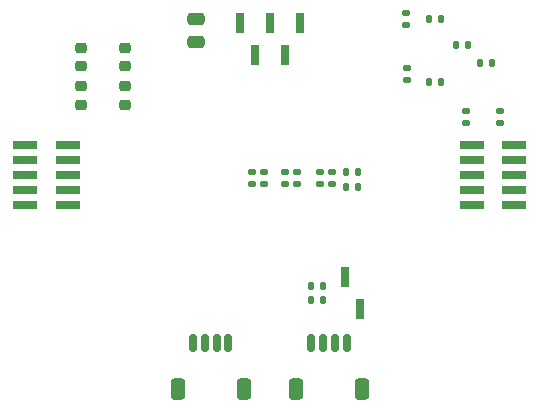
<source format=gbp>
%TF.GenerationSoftware,KiCad,Pcbnew,(6.0.9)*%
%TF.CreationDate,2023-02-03T10:43:04+01:00*%
%TF.ProjectId,ESPBoard,45535042-6f61-4726-942e-6b696361645f,rev?*%
%TF.SameCoordinates,Original*%
%TF.FileFunction,Paste,Bot*%
%TF.FilePolarity,Positive*%
%FSLAX46Y46*%
G04 Gerber Fmt 4.6, Leading zero omitted, Abs format (unit mm)*
G04 Created by KiCad (PCBNEW (6.0.9)) date 2023-02-03 10:43:04*
%MOMM*%
%LPD*%
G01*
G04 APERTURE LIST*
G04 Aperture macros list*
%AMRoundRect*
0 Rectangle with rounded corners*
0 $1 Rounding radius*
0 $2 $3 $4 $5 $6 $7 $8 $9 X,Y pos of 4 corners*
0 Add a 4 corners polygon primitive as box body*
4,1,4,$2,$3,$4,$5,$6,$7,$8,$9,$2,$3,0*
0 Add four circle primitives for the rounded corners*
1,1,$1+$1,$2,$3*
1,1,$1+$1,$4,$5*
1,1,$1+$1,$6,$7*
1,1,$1+$1,$8,$9*
0 Add four rect primitives between the rounded corners*
20,1,$1+$1,$2,$3,$4,$5,0*
20,1,$1+$1,$4,$5,$6,$7,0*
20,1,$1+$1,$6,$7,$8,$9,0*
20,1,$1+$1,$8,$9,$2,$3,0*%
G04 Aperture macros list end*
%ADD10RoundRect,0.225000X0.250000X-0.225000X0.250000X0.225000X-0.250000X0.225000X-0.250000X-0.225000X0*%
%ADD11RoundRect,0.150000X0.150000X0.625000X-0.150000X0.625000X-0.150000X-0.625000X0.150000X-0.625000X0*%
%ADD12RoundRect,0.250000X0.350000X0.650000X-0.350000X0.650000X-0.350000X-0.650000X0.350000X-0.650000X0*%
%ADD13RoundRect,0.135000X-0.185000X0.135000X-0.185000X-0.135000X0.185000X-0.135000X0.185000X0.135000X0*%
%ADD14RoundRect,0.250000X0.475000X-0.250000X0.475000X0.250000X-0.475000X0.250000X-0.475000X-0.250000X0*%
%ADD15RoundRect,0.135000X-0.135000X-0.185000X0.135000X-0.185000X0.135000X0.185000X-0.135000X0.185000X0*%
%ADD16RoundRect,0.135000X0.185000X-0.135000X0.185000X0.135000X-0.185000X0.135000X-0.185000X-0.135000X0*%
%ADD17R,2.100000X0.750000*%
%ADD18RoundRect,0.135000X0.135000X0.185000X-0.135000X0.185000X-0.135000X-0.185000X0.135000X-0.185000X0*%
%ADD19R,0.650000X1.800000*%
G04 APERTURE END LIST*
D10*
%TO.C,C401*%
X134000000Y-94025000D03*
X134000000Y-92475000D03*
%TD*%
D11*
%TO.C,J204*%
X146500000Y-114200000D03*
X145500000Y-114200000D03*
X144500000Y-114200000D03*
X143500000Y-114200000D03*
D12*
X147800000Y-118075000D03*
X142200000Y-118075000D03*
%TD*%
D13*
%TO.C,R410*%
X161500000Y-86240000D03*
X161500000Y-87260000D03*
%TD*%
D14*
%TO.C,C301*%
X143750000Y-88700000D03*
X143750000Y-86800000D03*
%TD*%
D15*
%TO.C,R319*%
X156490000Y-99750000D03*
X157510000Y-99750000D03*
%TD*%
%TO.C,R303*%
X153490000Y-110600000D03*
X154510000Y-110600000D03*
%TD*%
D16*
%TO.C,R307*%
X149500000Y-100760000D03*
X149500000Y-99740000D03*
%TD*%
D13*
%TO.C,R317*%
X148500000Y-99740000D03*
X148500000Y-100760000D03*
%TD*%
%TO.C,R407*%
X161650000Y-90890000D03*
X161650000Y-91910000D03*
%TD*%
D17*
%TO.C,J203*%
X132900000Y-102540000D03*
X129300000Y-102540000D03*
X132900000Y-101270000D03*
X129300000Y-101270000D03*
X132900000Y-100000000D03*
X129300000Y-100000000D03*
X132900000Y-98730000D03*
X129300000Y-98730000D03*
X132900000Y-97460000D03*
X129300000Y-97460000D03*
%TD*%
D15*
%TO.C,R402*%
X165790000Y-89000000D03*
X166810000Y-89000000D03*
%TD*%
D16*
%TO.C,R404*%
X169500000Y-95620000D03*
X169500000Y-94600000D03*
%TD*%
D11*
%TO.C,J207*%
X156500000Y-114200000D03*
X155500000Y-114200000D03*
X154500000Y-114200000D03*
X153500000Y-114200000D03*
D12*
X152200000Y-118075000D03*
X157800000Y-118075000D03*
%TD*%
D18*
%TO.C,R408*%
X164510000Y-92100000D03*
X163490000Y-92100000D03*
%TD*%
D17*
%TO.C,J201*%
X170700000Y-102540000D03*
X167100000Y-102540000D03*
X170700000Y-101270000D03*
X167100000Y-101270000D03*
X170700000Y-100000000D03*
X167100000Y-100000000D03*
X170700000Y-98730000D03*
X167100000Y-98730000D03*
X170700000Y-97460000D03*
X167100000Y-97460000D03*
%TD*%
D16*
%TO.C,R305*%
X155250000Y-100760000D03*
X155250000Y-99740000D03*
%TD*%
D10*
%TO.C,C403*%
X134000000Y-90775000D03*
X134000000Y-89225000D03*
%TD*%
D13*
%TO.C,R316*%
X151300000Y-99740000D03*
X151300000Y-100760000D03*
%TD*%
D16*
%TO.C,R306*%
X152300000Y-100760000D03*
X152300000Y-99740000D03*
%TD*%
D13*
%TO.C,R315*%
X154250000Y-99740000D03*
X154250000Y-100760000D03*
%TD*%
D15*
%TO.C,R318*%
X156490000Y-101000000D03*
X157510000Y-101000000D03*
%TD*%
D18*
%TO.C,R411*%
X164520000Y-86750000D03*
X163500000Y-86750000D03*
%TD*%
D10*
%TO.C,C404*%
X137750000Y-90775000D03*
X137750000Y-89225000D03*
%TD*%
D19*
%TO.C,J202*%
X157635000Y-111350000D03*
X156365000Y-108650000D03*
%TD*%
%TO.C,J206*%
X147460000Y-87150000D03*
X148730000Y-89850000D03*
X150000000Y-87150000D03*
X151270000Y-89850000D03*
X152540000Y-87150000D03*
%TD*%
D15*
%TO.C,R304*%
X153490000Y-109400000D03*
X154510000Y-109400000D03*
%TD*%
D10*
%TO.C,C402*%
X137750000Y-94025000D03*
X137750000Y-92475000D03*
%TD*%
D13*
%TO.C,R405*%
X166600000Y-94590000D03*
X166600000Y-95610000D03*
%TD*%
D15*
%TO.C,R401*%
X167790000Y-90500000D03*
X168810000Y-90500000D03*
%TD*%
M02*

</source>
